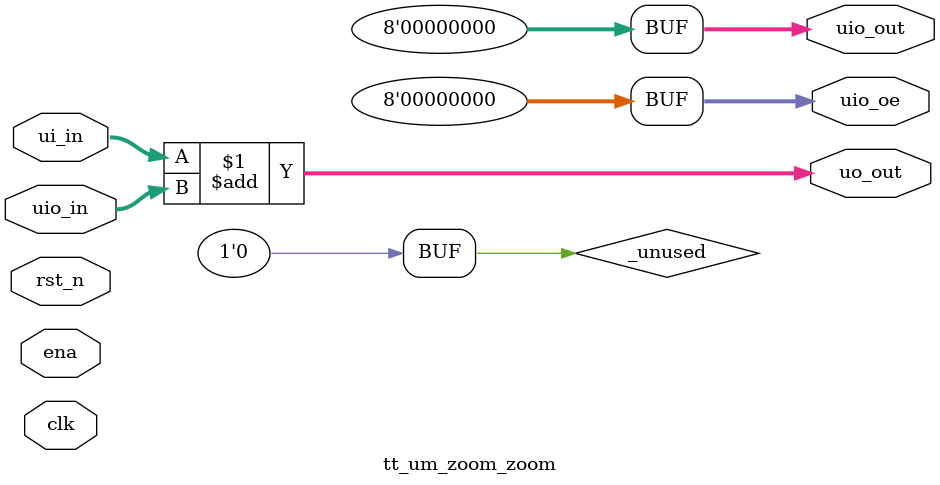
<source format=v>
`default_nettype none

module tt_um_zoom_zoom (
    input  wire [7:0] ui_in,    // Dedicated inputs
    output wire [7:0] uo_out,   // Dedicated outputs
    input  wire [7:0] uio_in,   // IOs: Input path
    output wire [7:0] uio_out,  // IOs: Output path
    output wire [7:0] uio_oe,   // IOs: Enable path (active high: 0=input, 1=output)
    input  wire       ena,      // always 1 when the design is powered, so you can ignore it
    input  wire       clk,      // clock
    input  wire       rst_n     // reset_n - low to reset
);

  // All output pins must be assigned. If not used, assign to 0.
  assign uo_out  = ui_in + uio_in;  // Example: ou_out is the sum of ui_in and uio_in
  assign uio_out = 0;
  assign uio_oe  = 0;

  // List all unused inputs to prevent warnings
  wire _unused = &{ena, clk, rst_n, 1'b0};

endmodule

</source>
